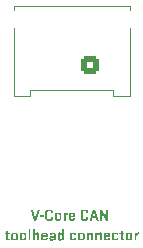
<source format=gbr>
%TF.GenerationSoftware,KiCad,Pcbnew,9.0.0*%
%TF.CreationDate,2025-03-01T23:02:35+01:00*%
%TF.ProjectId,vcore3-molex-shelf,76636f72-6533-42d6-9d6f-6c65782d7368,rev?*%
%TF.SameCoordinates,Original*%
%TF.FileFunction,Legend,Top*%
%TF.FilePolarity,Positive*%
%FSLAX46Y46*%
G04 Gerber Fmt 4.6, Leading zero omitted, Abs format (unit mm)*
G04 Created by KiCad (PCBNEW 9.0.0) date 2025-03-01 23:02:35*
%MOMM*%
%LPD*%
G01*
G04 APERTURE LIST*
G04 Aperture macros list*
%AMRoundRect*
0 Rectangle with rounded corners*
0 $1 Rounding radius*
0 $2 $3 $4 $5 $6 $7 $8 $9 X,Y pos of 4 corners*
0 Add a 4 corners polygon primitive as box body*
4,1,4,$2,$3,$4,$5,$6,$7,$8,$9,$2,$3,0*
0 Add four circle primitives for the rounded corners*
1,1,$1+$1,$2,$3*
1,1,$1+$1,$4,$5*
1,1,$1+$1,$6,$7*
1,1,$1+$1,$8,$9*
0 Add four rect primitives between the rounded corners*
20,1,$1+$1,$2,$3,$4,$5,0*
20,1,$1+$1,$4,$5,$6,$7,0*
20,1,$1+$1,$6,$7,$8,$9,0*
20,1,$1+$1,$8,$9,$2,$3,0*%
G04 Aperture macros list end*
%ADD10C,0.250000*%
%ADD11C,0.120000*%
%ADD12C,3.200000*%
%ADD13C,1.000000*%
%ADD14RoundRect,0.250001X0.499999X0.499999X-0.499999X0.499999X-0.499999X-0.499999X0.499999X-0.499999X0*%
%ADD15C,1.500000*%
%ADD16C,4.300000*%
%ADD17R,2.200000X2.200000*%
%ADD18C,2.200000*%
G04 APERTURE END LIST*
D10*
G36*
X173263930Y-120141015D02*
G01*
X173097356Y-120141015D01*
X172895734Y-120819827D01*
X172695516Y-120141015D01*
X172528942Y-120141015D01*
X172814523Y-121075000D01*
X172978349Y-121075000D01*
X173263930Y-120141015D01*
G37*
G36*
X173610511Y-120742158D02*
G01*
X173610511Y-120602145D01*
X173263319Y-120602145D01*
X173263319Y-120742158D01*
X173610511Y-120742158D01*
G37*
G36*
X174218065Y-120884551D02*
G01*
X174211018Y-120906208D01*
X174191795Y-120919376D01*
X174180268Y-120921004D01*
X173970280Y-120921004D01*
X173947368Y-120913865D01*
X173939010Y-120905492D01*
X173933845Y-120894638D01*
X173932484Y-120884551D01*
X173932484Y-120331524D01*
X173939531Y-120309868D01*
X173958753Y-120296699D01*
X173970280Y-120295071D01*
X174180268Y-120295071D01*
X174203181Y-120302210D01*
X174211539Y-120310583D01*
X174216704Y-120321437D01*
X174218065Y-120331524D01*
X174218065Y-120456454D01*
X174386043Y-120456454D01*
X174386043Y-120295071D01*
X174378610Y-120247417D01*
X174356883Y-120204551D01*
X174322438Y-120170117D01*
X174301449Y-120157364D01*
X174278405Y-120148044D01*
X174232048Y-120141015D01*
X173917097Y-120141015D01*
X173869601Y-120148447D01*
X173827176Y-120170114D01*
X173793186Y-120204483D01*
X173780576Y-120225510D01*
X173771375Y-120248601D01*
X173764445Y-120295071D01*
X173764445Y-120921004D01*
X173771886Y-120969099D01*
X173793589Y-121012131D01*
X173827879Y-121046431D01*
X173848725Y-121059041D01*
X173871644Y-121068219D01*
X173917097Y-121075000D01*
X174232048Y-121075000D01*
X174279696Y-121067567D01*
X174322542Y-121045843D01*
X174356957Y-121011401D01*
X174369704Y-120990410D01*
X174379019Y-120967365D01*
X174386043Y-120921004D01*
X174386043Y-120751195D01*
X174218065Y-120751195D01*
X174218065Y-120884551D01*
G37*
G36*
X175012880Y-120416248D02*
G01*
X175035839Y-120424796D01*
X175056765Y-120436808D01*
X175091195Y-120469873D01*
X175112929Y-120511427D01*
X175120359Y-120557693D01*
X175120359Y-120928026D01*
X175114762Y-120968338D01*
X175106189Y-120991037D01*
X175094128Y-121011769D01*
X175060868Y-121045944D01*
X175018924Y-121067580D01*
X174971981Y-121075000D01*
X174706001Y-121075000D01*
X174667075Y-121069769D01*
X174644386Y-121061401D01*
X174623695Y-121049539D01*
X174605237Y-121034444D01*
X174589486Y-121016538D01*
X174567800Y-120974738D01*
X174560371Y-120928026D01*
X174560371Y-120594146D01*
X174721388Y-120594146D01*
X174721388Y-120891573D01*
X174722760Y-120901676D01*
X174727938Y-120912521D01*
X174736310Y-120920896D01*
X174759185Y-120928026D01*
X174921606Y-120928026D01*
X174933123Y-120926389D01*
X174952363Y-120913171D01*
X174959403Y-120891573D01*
X174959403Y-120594146D01*
X174958033Y-120584066D01*
X174952843Y-120573207D01*
X174944455Y-120564824D01*
X174921606Y-120557693D01*
X174759185Y-120557693D01*
X174747681Y-120559320D01*
X174728435Y-120572516D01*
X174721388Y-120594146D01*
X174560371Y-120594146D01*
X174560371Y-120557693D01*
X174565741Y-120517789D01*
X174574144Y-120494915D01*
X174586016Y-120474027D01*
X174618717Y-120439728D01*
X174659900Y-120418078D01*
X174706001Y-120410659D01*
X174971981Y-120410659D01*
X175012880Y-120416248D01*
G37*
G36*
X175655007Y-120398935D02*
G01*
X175538046Y-120449636D01*
X175497448Y-120469122D01*
X175463215Y-120485580D01*
X175463215Y-120410659D01*
X175302198Y-120410659D01*
X175302198Y-121075000D01*
X175463215Y-121075000D01*
X175463215Y-120686775D01*
X175465226Y-120670531D01*
X175471487Y-120656118D01*
X175494648Y-120634345D01*
X175501011Y-120630722D01*
X175643656Y-120563726D01*
X175664837Y-120555068D01*
X175655007Y-120398935D01*
G37*
G36*
X176181884Y-120415881D02*
G01*
X176204581Y-120424248D01*
X176225280Y-120436112D01*
X176243749Y-120451212D01*
X176259509Y-120469122D01*
X176281205Y-120510913D01*
X176288634Y-120557571D01*
X176288634Y-120785999D01*
X175916224Y-120785999D01*
X175916224Y-120896702D01*
X175917665Y-120907194D01*
X175922885Y-120918098D01*
X175931258Y-120926505D01*
X175954021Y-120933644D01*
X176094033Y-120933644D01*
X176105449Y-120932027D01*
X176124783Y-120918755D01*
X176131830Y-120897252D01*
X176131830Y-120866416D01*
X176287229Y-120866416D01*
X176287229Y-120930774D01*
X176282263Y-120969361D01*
X176274218Y-120991905D01*
X176262739Y-121012413D01*
X176230649Y-121046097D01*
X176189220Y-121067560D01*
X176141599Y-121075000D01*
X175900837Y-121075000D01*
X175861889Y-121069762D01*
X175839206Y-121061392D01*
X175818519Y-121049528D01*
X175800066Y-121034430D01*
X175784319Y-121016521D01*
X175762636Y-120974707D01*
X175755207Y-120927965D01*
X175755207Y-120586636D01*
X175916224Y-120586636D01*
X175916224Y-120652948D01*
X176133234Y-120652948D01*
X176133234Y-120586636D01*
X176131941Y-120576937D01*
X176126819Y-120566142D01*
X176118464Y-120557803D01*
X176095437Y-120550671D01*
X175954021Y-120550671D01*
X175942560Y-120552260D01*
X175923271Y-120565279D01*
X175916224Y-120586636D01*
X175755207Y-120586636D01*
X175755207Y-120557571D01*
X175760566Y-120517761D01*
X175768965Y-120494900D01*
X175780838Y-120474020D01*
X175813546Y-120439725D01*
X175854736Y-120418077D01*
X175900837Y-120410659D01*
X176143004Y-120410659D01*
X176181884Y-120415881D01*
G37*
G36*
X177217367Y-120884551D02*
G01*
X177210320Y-120906208D01*
X177191097Y-120919376D01*
X177179570Y-120921004D01*
X176969583Y-120921004D01*
X176946670Y-120913865D01*
X176938312Y-120905492D01*
X176933147Y-120894638D01*
X176931786Y-120884551D01*
X176931786Y-120331524D01*
X176938833Y-120309868D01*
X176958056Y-120296699D01*
X176969583Y-120295071D01*
X177179570Y-120295071D01*
X177202483Y-120302210D01*
X177210841Y-120310583D01*
X177216006Y-120321437D01*
X177217367Y-120331524D01*
X177217367Y-120456454D01*
X177385345Y-120456454D01*
X177385345Y-120295071D01*
X177377912Y-120247417D01*
X177356186Y-120204551D01*
X177321740Y-120170117D01*
X177300751Y-120157364D01*
X177277707Y-120148044D01*
X177231350Y-120141015D01*
X176916399Y-120141015D01*
X176868903Y-120148447D01*
X176826478Y-120170114D01*
X176792488Y-120204483D01*
X176779878Y-120225510D01*
X176770677Y-120248601D01*
X176763747Y-120295071D01*
X176763747Y-120921004D01*
X176771189Y-120969099D01*
X176792891Y-121012131D01*
X176827181Y-121046431D01*
X176848027Y-121059041D01*
X176870946Y-121068219D01*
X176916399Y-121075000D01*
X177231350Y-121075000D01*
X177278998Y-121067567D01*
X177321845Y-121045843D01*
X177356259Y-121011401D01*
X177369006Y-120990410D01*
X177378321Y-120967365D01*
X177385345Y-120921004D01*
X177385345Y-120751195D01*
X177217367Y-120751195D01*
X177217367Y-120884551D01*
G37*
G36*
X178286296Y-121075000D02*
G01*
X178116852Y-121075000D01*
X178049686Y-120871789D01*
X177734673Y-120871789D01*
X177670254Y-121075000D01*
X177500872Y-121075000D01*
X177619928Y-120722008D01*
X177785109Y-120722008D01*
X178000654Y-120722008D01*
X177892882Y-120365596D01*
X177785109Y-120722008D01*
X177619928Y-120722008D01*
X177815884Y-120141015D01*
X177971284Y-120141015D01*
X178286296Y-121075000D01*
G37*
G36*
X179093579Y-120141015D02*
G01*
X178931158Y-120141015D01*
X178931158Y-120748264D01*
X178578410Y-120141015D01*
X178415989Y-120141015D01*
X178415989Y-121075000D01*
X178578410Y-121075000D01*
X178578410Y-120470621D01*
X178931158Y-121075000D01*
X179093579Y-121075000D01*
X179093579Y-120141015D01*
G37*
G36*
X170744139Y-122615048D02*
G01*
X170632153Y-122615048D01*
X170609278Y-122607913D01*
X170600912Y-122599535D01*
X170595733Y-122588679D01*
X170594357Y-122578534D01*
X170594357Y-122230671D01*
X170744139Y-122230671D01*
X170744139Y-122090659D01*
X170594357Y-122090659D01*
X170594357Y-121922620D01*
X170433340Y-121922620D01*
X170433340Y-122090659D01*
X170332528Y-122090659D01*
X170332528Y-122230671D01*
X170433340Y-122230671D01*
X170433340Y-122608026D01*
X170440768Y-122654738D01*
X170462454Y-122696538D01*
X170478206Y-122714444D01*
X170496663Y-122729539D01*
X170517355Y-122741401D01*
X170540043Y-122749769D01*
X170578969Y-122755000D01*
X170744139Y-122755000D01*
X170744139Y-122615048D01*
G37*
G36*
X171318952Y-122096248D02*
G01*
X171341911Y-122104796D01*
X171362837Y-122116808D01*
X171397267Y-122149873D01*
X171419001Y-122191427D01*
X171426431Y-122237693D01*
X171426431Y-122608026D01*
X171420834Y-122648338D01*
X171412262Y-122671037D01*
X171400200Y-122691769D01*
X171366940Y-122725944D01*
X171324996Y-122747580D01*
X171278053Y-122755000D01*
X171012073Y-122755000D01*
X170973147Y-122749769D01*
X170950459Y-122741401D01*
X170929767Y-122729539D01*
X170911309Y-122714444D01*
X170895558Y-122696538D01*
X170873872Y-122654738D01*
X170866443Y-122608026D01*
X170866443Y-122274146D01*
X171027460Y-122274146D01*
X171027460Y-122571573D01*
X171028832Y-122581676D01*
X171034010Y-122592521D01*
X171042382Y-122600896D01*
X171065257Y-122608026D01*
X171227678Y-122608026D01*
X171239195Y-122606389D01*
X171258435Y-122593171D01*
X171265475Y-122571573D01*
X171265475Y-122274146D01*
X171264105Y-122264066D01*
X171258915Y-122253207D01*
X171250527Y-122244824D01*
X171227678Y-122237693D01*
X171065257Y-122237693D01*
X171053753Y-122239320D01*
X171034507Y-122252516D01*
X171027460Y-122274146D01*
X170866443Y-122274146D01*
X170866443Y-122237693D01*
X170871813Y-122197789D01*
X170880216Y-122174915D01*
X170892089Y-122154027D01*
X170924790Y-122119728D01*
X170965972Y-122098078D01*
X171012073Y-122090659D01*
X171278053Y-122090659D01*
X171318952Y-122096248D01*
G37*
G36*
X172046795Y-122096248D02*
G01*
X172069755Y-122104796D01*
X172090680Y-122116808D01*
X172125111Y-122149873D01*
X172146845Y-122191427D01*
X172154275Y-122237693D01*
X172154275Y-122608026D01*
X172148677Y-122648338D01*
X172140105Y-122671037D01*
X172128043Y-122691769D01*
X172094783Y-122725944D01*
X172052839Y-122747580D01*
X172005897Y-122755000D01*
X171739917Y-122755000D01*
X171700991Y-122749769D01*
X171678302Y-122741401D01*
X171657610Y-122729539D01*
X171639153Y-122714444D01*
X171623402Y-122696538D01*
X171601715Y-122654738D01*
X171594287Y-122608026D01*
X171594287Y-122274146D01*
X171755304Y-122274146D01*
X171755304Y-122571573D01*
X171756676Y-122581676D01*
X171761854Y-122592521D01*
X171770226Y-122600896D01*
X171793101Y-122608026D01*
X171955522Y-122608026D01*
X171967039Y-122606389D01*
X171986279Y-122593171D01*
X171993319Y-122571573D01*
X171993319Y-122274146D01*
X171991949Y-122264066D01*
X171986759Y-122253207D01*
X171978371Y-122244824D01*
X171955522Y-122237693D01*
X171793101Y-122237693D01*
X171781597Y-122239320D01*
X171762351Y-122252516D01*
X171755304Y-122274146D01*
X171594287Y-122274146D01*
X171594287Y-122237693D01*
X171599657Y-122197789D01*
X171608059Y-122174915D01*
X171619932Y-122154027D01*
X171652633Y-122119728D01*
X171693816Y-122098078D01*
X171739917Y-122090659D01*
X172005897Y-122090659D01*
X172046795Y-122096248D01*
G37*
G36*
X172336113Y-122755000D02*
G01*
X172497131Y-122755000D01*
X172497131Y-121821015D01*
X172336113Y-121821015D01*
X172336113Y-122755000D01*
G37*
G36*
X172853725Y-122334902D02*
G01*
X172855736Y-122318145D01*
X172861998Y-122302813D01*
X172871179Y-122291352D01*
X172884069Y-122282298D01*
X172891522Y-122279031D01*
X172964688Y-122253370D01*
X173006514Y-122241920D01*
X173039960Y-122237144D01*
X173053350Y-122239012D01*
X173064048Y-122244274D01*
X173076354Y-122262526D01*
X173077757Y-122273475D01*
X173077757Y-122755000D01*
X173238713Y-122755000D01*
X173238713Y-122225969D01*
X173236774Y-122199642D01*
X173231018Y-122174855D01*
X173221861Y-122152646D01*
X173209272Y-122132653D01*
X173194023Y-122115881D01*
X173175757Y-122101833D01*
X173155245Y-122091134D01*
X173132036Y-122083611D01*
X173090335Y-122078935D01*
X173030314Y-122085840D01*
X172940071Y-122110234D01*
X172853725Y-122143354D01*
X172853725Y-121821015D01*
X172692708Y-121821015D01*
X172692708Y-122755000D01*
X172853725Y-122755000D01*
X172853725Y-122334902D01*
G37*
G36*
X173840084Y-122095881D02*
G01*
X173862781Y-122104248D01*
X173883481Y-122116112D01*
X173901949Y-122131212D01*
X173917710Y-122149122D01*
X173939406Y-122190913D01*
X173946834Y-122237571D01*
X173946834Y-122465999D01*
X173574425Y-122465999D01*
X173574425Y-122576702D01*
X173575865Y-122587194D01*
X173581085Y-122598098D01*
X173589458Y-122606505D01*
X173612221Y-122613644D01*
X173752233Y-122613644D01*
X173763650Y-122612027D01*
X173782983Y-122598755D01*
X173790030Y-122577252D01*
X173790030Y-122546416D01*
X173945430Y-122546416D01*
X173945430Y-122610774D01*
X173940464Y-122649361D01*
X173932418Y-122671905D01*
X173920940Y-122692413D01*
X173888850Y-122726097D01*
X173847420Y-122747560D01*
X173799800Y-122755000D01*
X173559037Y-122755000D01*
X173520090Y-122749762D01*
X173497406Y-122741392D01*
X173476719Y-122729528D01*
X173458267Y-122714430D01*
X173442519Y-122696521D01*
X173420836Y-122654707D01*
X173413408Y-122607965D01*
X173413408Y-122266636D01*
X173574425Y-122266636D01*
X173574425Y-122332948D01*
X173791434Y-122332948D01*
X173791434Y-122266636D01*
X173790142Y-122256937D01*
X173785020Y-122246142D01*
X173776665Y-122237803D01*
X173753638Y-122230671D01*
X173612221Y-122230671D01*
X173600761Y-122232260D01*
X173581472Y-122245279D01*
X173574425Y-122266636D01*
X173413408Y-122266636D01*
X173413408Y-122237571D01*
X173418766Y-122197761D01*
X173427166Y-122174900D01*
X173439039Y-122154020D01*
X173471747Y-122119725D01*
X173512937Y-122098077D01*
X173559037Y-122090659D01*
X173801204Y-122090659D01*
X173840084Y-122095881D01*
G37*
G36*
X174537950Y-122095884D02*
G01*
X174560631Y-122104250D01*
X174581314Y-122116112D01*
X174599770Y-122131213D01*
X174615519Y-122149127D01*
X174637207Y-122190954D01*
X174644636Y-122237693D01*
X174644636Y-122755000D01*
X174483680Y-122755000D01*
X174483680Y-122724469D01*
X174434420Y-122740097D01*
X174331789Y-122763646D01*
X174255496Y-122770631D01*
X174213728Y-122765949D01*
X174190515Y-122758427D01*
X174170001Y-122747730D01*
X174151739Y-122733690D01*
X174136494Y-122716926D01*
X174123908Y-122696940D01*
X174114753Y-122674736D01*
X174108996Y-122649940D01*
X174107057Y-122623597D01*
X174107057Y-122533471D01*
X174263861Y-122533471D01*
X174263861Y-122595448D01*
X174265306Y-122606666D01*
X174277617Y-122624950D01*
X174288292Y-122630215D01*
X174301658Y-122632084D01*
X174345843Y-122627127D01*
X174445883Y-122602470D01*
X174475875Y-122587261D01*
X174481727Y-122578984D01*
X174483680Y-122568703D01*
X174483680Y-122540493D01*
X174479625Y-122525992D01*
X174467321Y-122516233D01*
X174445883Y-122509535D01*
X174401469Y-122503303D01*
X174301658Y-122496835D01*
X174290943Y-122497998D01*
X174279730Y-122502542D01*
X174271343Y-122510049D01*
X174265773Y-122520677D01*
X174263861Y-122533471D01*
X174107057Y-122533471D01*
X174107057Y-122510940D01*
X174113093Y-122465106D01*
X174132290Y-122422969D01*
X174162822Y-122391038D01*
X174182011Y-122379257D01*
X174203856Y-122370471D01*
X174228402Y-122364955D01*
X174255496Y-122363051D01*
X174277591Y-122363442D01*
X174403147Y-122375580D01*
X174483680Y-122392665D01*
X174483680Y-122268712D01*
X174482284Y-122258465D01*
X174477091Y-122247597D01*
X174468721Y-122239210D01*
X174445883Y-122232076D01*
X174321258Y-122232076D01*
X174309795Y-122233695D01*
X174290509Y-122246912D01*
X174283462Y-122268468D01*
X174283462Y-122290877D01*
X174128062Y-122290877D01*
X174128062Y-122234884D01*
X174133032Y-122196303D01*
X174141082Y-122173760D01*
X174152568Y-122153250D01*
X174184668Y-122119561D01*
X174226093Y-122098098D01*
X174273692Y-122090659D01*
X174499067Y-122090659D01*
X174537950Y-122095884D01*
G37*
G36*
X175365274Y-122755000D02*
G01*
X175204257Y-122755000D01*
X175204257Y-122711891D01*
X175123225Y-122739670D01*
X175030162Y-122763754D01*
X174967708Y-122770631D01*
X174925962Y-122765954D01*
X174902743Y-122758434D01*
X174882225Y-122747740D01*
X174863958Y-122733703D01*
X174848709Y-122716942D01*
X174836121Y-122696961D01*
X174826965Y-122674765D01*
X174821208Y-122649983D01*
X174819269Y-122623658D01*
X174819269Y-122267857D01*
X174980287Y-122267857D01*
X174980287Y-122580549D01*
X174981675Y-122591458D01*
X174993933Y-122609684D01*
X175004645Y-122614950D01*
X175018083Y-122616819D01*
X175051502Y-122612043D01*
X175093325Y-122600592D01*
X175166461Y-122574931D01*
X175172887Y-122572333D01*
X175195960Y-122555308D01*
X175202243Y-122543080D01*
X175204257Y-122528892D01*
X175204257Y-122319515D01*
X175204087Y-122315140D01*
X175195190Y-122292083D01*
X175183478Y-122281715D01*
X175166461Y-122273414D01*
X175140384Y-122263661D01*
X175059179Y-122238181D01*
X175018083Y-122231587D01*
X175007406Y-122232728D01*
X174996171Y-122237220D01*
X174987768Y-122244657D01*
X174982199Y-122255179D01*
X174980287Y-122267857D01*
X174819269Y-122267857D01*
X174819269Y-122225969D01*
X174825199Y-122180788D01*
X174844321Y-122138782D01*
X174874842Y-122106907D01*
X174894055Y-122095136D01*
X174915939Y-122086354D01*
X174940542Y-122080840D01*
X174967708Y-122078935D01*
X174982069Y-122079401D01*
X175037051Y-122087182D01*
X175096174Y-122101846D01*
X175204257Y-122137737D01*
X175204257Y-121821015D01*
X175365274Y-121821015D01*
X175365274Y-122755000D01*
G37*
G36*
X176223238Y-122571573D02*
G01*
X176216191Y-122593203D01*
X176196945Y-122606400D01*
X176185442Y-122608026D01*
X176046834Y-122608026D01*
X176023959Y-122600896D01*
X176015587Y-122592521D01*
X176010409Y-122581676D01*
X176009037Y-122571573D01*
X176009037Y-122274146D01*
X176016084Y-122252516D01*
X176035330Y-122239320D01*
X176046834Y-122237693D01*
X176185442Y-122237693D01*
X176208317Y-122244824D01*
X176216688Y-122253198D01*
X176221867Y-122264044D01*
X176223238Y-122274146D01*
X176223238Y-122325865D01*
X176378638Y-122325865D01*
X176378638Y-122237693D01*
X176371187Y-122190488D01*
X176349501Y-122148567D01*
X176333820Y-122130766D01*
X176315401Y-122115775D01*
X176294777Y-122104058D01*
X176272078Y-122095801D01*
X176233008Y-122090659D01*
X175993650Y-122090659D01*
X175947549Y-122098078D01*
X175906367Y-122119728D01*
X175873666Y-122154027D01*
X175861793Y-122174915D01*
X175853390Y-122197789D01*
X175848020Y-122237693D01*
X175848020Y-122608026D01*
X175855449Y-122654738D01*
X175877135Y-122696538D01*
X175892886Y-122714444D01*
X175911344Y-122729539D01*
X175932036Y-122741401D01*
X175954724Y-122749769D01*
X175993650Y-122755000D01*
X176233008Y-122755000D01*
X176279667Y-122747580D01*
X176320742Y-122726068D01*
X176353114Y-122692055D01*
X176364889Y-122671249D01*
X176373225Y-122648452D01*
X176378638Y-122608026D01*
X176378638Y-122511428D01*
X176223238Y-122511428D01*
X176223238Y-122571573D01*
G37*
G36*
X176977570Y-122096248D02*
G01*
X177000529Y-122104796D01*
X177021455Y-122116808D01*
X177055885Y-122149873D01*
X177077619Y-122191427D01*
X177085049Y-122237693D01*
X177085049Y-122608026D01*
X177079452Y-122648338D01*
X177070880Y-122671037D01*
X177058818Y-122691769D01*
X177025558Y-122725944D01*
X176983614Y-122747580D01*
X176936672Y-122755000D01*
X176670691Y-122755000D01*
X176631765Y-122749769D01*
X176609077Y-122741401D01*
X176588385Y-122729539D01*
X176569928Y-122714444D01*
X176554176Y-122696538D01*
X176532490Y-122654738D01*
X176525061Y-122608026D01*
X176525061Y-122274146D01*
X176686079Y-122274146D01*
X176686079Y-122571573D01*
X176687450Y-122581676D01*
X176692629Y-122592521D01*
X176701000Y-122600896D01*
X176723875Y-122608026D01*
X176886297Y-122608026D01*
X176897813Y-122606389D01*
X176917053Y-122593171D01*
X176924093Y-122571573D01*
X176924093Y-122274146D01*
X176922724Y-122264066D01*
X176917533Y-122253207D01*
X176909146Y-122244824D01*
X176886297Y-122237693D01*
X176723875Y-122237693D01*
X176712372Y-122239320D01*
X176693126Y-122252516D01*
X176686079Y-122274146D01*
X176525061Y-122274146D01*
X176525061Y-122237693D01*
X176530432Y-122197789D01*
X176538834Y-122174915D01*
X176550707Y-122154027D01*
X176583408Y-122119728D01*
X176624590Y-122098078D01*
X176670691Y-122090659D01*
X176936672Y-122090659D01*
X176977570Y-122096248D01*
G37*
G36*
X177427905Y-122334902D02*
G01*
X177429916Y-122318145D01*
X177436178Y-122302813D01*
X177445359Y-122291352D01*
X177458249Y-122282298D01*
X177465702Y-122279031D01*
X177480667Y-122273750D01*
X177550131Y-122250419D01*
X177585741Y-122240978D01*
X177614140Y-122237144D01*
X177627530Y-122239012D01*
X177638228Y-122244274D01*
X177650534Y-122262526D01*
X177651937Y-122273475D01*
X177651937Y-122755000D01*
X177812893Y-122755000D01*
X177812893Y-122225969D01*
X177810954Y-122199642D01*
X177805198Y-122174855D01*
X177796041Y-122152646D01*
X177783452Y-122132653D01*
X177768203Y-122115881D01*
X177749937Y-122101833D01*
X177729425Y-122091134D01*
X177706216Y-122083611D01*
X177664515Y-122078935D01*
X177604166Y-122085840D01*
X177511307Y-122110483D01*
X177420883Y-122143354D01*
X177420883Y-122090659D01*
X177266888Y-122090659D01*
X177266888Y-122755000D01*
X177427905Y-122755000D01*
X177427905Y-122334902D01*
G37*
G36*
X178162588Y-122334902D02*
G01*
X178164599Y-122318145D01*
X178170860Y-122302813D01*
X178180041Y-122291352D01*
X178192931Y-122282298D01*
X178200384Y-122279031D01*
X178215349Y-122273750D01*
X178284814Y-122250419D01*
X178320424Y-122240978D01*
X178348823Y-122237144D01*
X178362213Y-122239012D01*
X178372910Y-122244274D01*
X178385216Y-122262526D01*
X178386619Y-122273475D01*
X178386619Y-122755000D01*
X178547575Y-122755000D01*
X178547575Y-122225969D01*
X178545637Y-122199642D01*
X178539881Y-122174855D01*
X178530723Y-122152646D01*
X178518135Y-122132653D01*
X178502885Y-122115881D01*
X178484620Y-122101833D01*
X178464108Y-122091134D01*
X178440898Y-122083611D01*
X178399198Y-122078935D01*
X178338849Y-122085840D01*
X178245990Y-122110483D01*
X178155566Y-122143354D01*
X178155566Y-122090659D01*
X178001571Y-122090659D01*
X178001571Y-122755000D01*
X178162588Y-122755000D01*
X178162588Y-122334902D01*
G37*
G36*
X179148947Y-122095881D02*
G01*
X179171643Y-122104248D01*
X179192343Y-122116112D01*
X179210812Y-122131212D01*
X179226572Y-122149122D01*
X179248268Y-122190913D01*
X179255697Y-122237571D01*
X179255697Y-122465999D01*
X178883287Y-122465999D01*
X178883287Y-122576702D01*
X178884728Y-122587194D01*
X178889948Y-122598098D01*
X178898321Y-122606505D01*
X178921084Y-122613644D01*
X179061096Y-122613644D01*
X179072512Y-122612027D01*
X179091846Y-122598755D01*
X179098893Y-122577252D01*
X179098893Y-122546416D01*
X179254292Y-122546416D01*
X179254292Y-122610774D01*
X179249326Y-122649361D01*
X179241281Y-122671905D01*
X179229802Y-122692413D01*
X179197712Y-122726097D01*
X179156283Y-122747560D01*
X179108662Y-122755000D01*
X178867900Y-122755000D01*
X178828952Y-122749762D01*
X178806269Y-122741392D01*
X178785582Y-122729528D01*
X178767129Y-122714430D01*
X178751382Y-122696521D01*
X178729699Y-122654707D01*
X178722270Y-122607965D01*
X178722270Y-122266636D01*
X178883287Y-122266636D01*
X178883287Y-122332948D01*
X179100297Y-122332948D01*
X179100297Y-122266636D01*
X179099004Y-122256937D01*
X179093882Y-122246142D01*
X179085527Y-122237803D01*
X179062500Y-122230671D01*
X178921084Y-122230671D01*
X178909623Y-122232260D01*
X178890334Y-122245279D01*
X178883287Y-122266636D01*
X178722270Y-122266636D01*
X178722270Y-122237571D01*
X178727629Y-122197761D01*
X178736028Y-122174900D01*
X178747901Y-122154020D01*
X178780609Y-122119725D01*
X178821799Y-122098077D01*
X178867900Y-122090659D01*
X179110067Y-122090659D01*
X179148947Y-122095881D01*
G37*
G36*
X179791138Y-122571573D02*
G01*
X179784091Y-122593203D01*
X179764845Y-122606400D01*
X179753341Y-122608026D01*
X179614733Y-122608026D01*
X179591858Y-122600896D01*
X179583487Y-122592521D01*
X179578308Y-122581676D01*
X179576937Y-122571573D01*
X179576937Y-122274146D01*
X179583984Y-122252516D01*
X179603230Y-122239320D01*
X179614733Y-122237693D01*
X179753341Y-122237693D01*
X179776216Y-122244824D01*
X179784588Y-122253198D01*
X179789766Y-122264044D01*
X179791138Y-122274146D01*
X179791138Y-122325865D01*
X179946537Y-122325865D01*
X179946537Y-122237693D01*
X179939087Y-122190488D01*
X179917400Y-122148567D01*
X179901720Y-122130766D01*
X179883301Y-122115775D01*
X179862677Y-122104058D01*
X179839978Y-122095801D01*
X179800908Y-122090659D01*
X179561550Y-122090659D01*
X179515449Y-122098078D01*
X179474266Y-122119728D01*
X179441565Y-122154027D01*
X179429692Y-122174915D01*
X179421290Y-122197789D01*
X179415920Y-122237693D01*
X179415920Y-122608026D01*
X179423348Y-122654738D01*
X179445035Y-122696538D01*
X179460786Y-122714444D01*
X179479243Y-122729539D01*
X179499935Y-122741401D01*
X179522624Y-122749769D01*
X179561550Y-122755000D01*
X179800908Y-122755000D01*
X179847566Y-122747580D01*
X179888642Y-122726068D01*
X179921013Y-122692055D01*
X179932788Y-122671249D01*
X179941125Y-122648452D01*
X179946537Y-122608026D01*
X179946537Y-122511428D01*
X179791138Y-122511428D01*
X179791138Y-122571573D01*
G37*
G36*
X180441557Y-122615048D02*
G01*
X180329571Y-122615048D01*
X180306696Y-122607913D01*
X180298330Y-122599535D01*
X180293151Y-122588679D01*
X180291775Y-122578534D01*
X180291775Y-122230671D01*
X180441557Y-122230671D01*
X180441557Y-122090659D01*
X180291775Y-122090659D01*
X180291775Y-121922620D01*
X180130758Y-121922620D01*
X180130758Y-122090659D01*
X180029946Y-122090659D01*
X180029946Y-122230671D01*
X180130758Y-122230671D01*
X180130758Y-122608026D01*
X180138186Y-122654738D01*
X180159872Y-122696538D01*
X180175624Y-122714444D01*
X180194081Y-122729539D01*
X180214773Y-122741401D01*
X180237461Y-122749769D01*
X180276387Y-122755000D01*
X180441557Y-122755000D01*
X180441557Y-122615048D01*
G37*
G36*
X181016370Y-122096248D02*
G01*
X181039329Y-122104796D01*
X181060255Y-122116808D01*
X181094685Y-122149873D01*
X181116419Y-122191427D01*
X181123849Y-122237693D01*
X181123849Y-122608026D01*
X181118252Y-122648338D01*
X181109680Y-122671037D01*
X181097618Y-122691769D01*
X181064358Y-122725944D01*
X181022414Y-122747580D01*
X180975471Y-122755000D01*
X180709491Y-122755000D01*
X180670565Y-122749769D01*
X180647877Y-122741401D01*
X180627185Y-122729539D01*
X180608727Y-122714444D01*
X180592976Y-122696538D01*
X180571290Y-122654738D01*
X180563861Y-122608026D01*
X180563861Y-122274146D01*
X180724878Y-122274146D01*
X180724878Y-122571573D01*
X180726250Y-122581676D01*
X180731428Y-122592521D01*
X180739800Y-122600896D01*
X180762675Y-122608026D01*
X180925096Y-122608026D01*
X180936613Y-122606389D01*
X180955853Y-122593171D01*
X180962893Y-122571573D01*
X180962893Y-122274146D01*
X180961523Y-122264066D01*
X180956333Y-122253207D01*
X180947945Y-122244824D01*
X180925096Y-122237693D01*
X180762675Y-122237693D01*
X180751171Y-122239320D01*
X180731925Y-122252516D01*
X180724878Y-122274146D01*
X180563861Y-122274146D01*
X180563861Y-122237693D01*
X180569231Y-122197789D01*
X180577634Y-122174915D01*
X180589507Y-122154027D01*
X180622208Y-122119728D01*
X180663390Y-122098078D01*
X180709491Y-122090659D01*
X180975471Y-122090659D01*
X181016370Y-122096248D01*
G37*
G36*
X181658497Y-122078935D02*
G01*
X181541537Y-122129636D01*
X181500938Y-122149122D01*
X181466705Y-122165580D01*
X181466705Y-122090659D01*
X181305688Y-122090659D01*
X181305688Y-122755000D01*
X181466705Y-122755000D01*
X181466705Y-122366775D01*
X181468716Y-122350531D01*
X181474977Y-122336118D01*
X181498138Y-122314345D01*
X181504501Y-122310722D01*
X181647146Y-122243726D01*
X181668327Y-122235068D01*
X181658497Y-122078935D01*
G37*
D11*
%TO.C,J0*%
X171065000Y-102905000D02*
X171065000Y-103215000D01*
X171065000Y-110495000D02*
X171065000Y-104735000D01*
X172485000Y-109995000D02*
X172485000Y-110495000D01*
X172485000Y-110495000D02*
X171065000Y-110495000D01*
X179515000Y-109995000D02*
X172485000Y-109995000D01*
X179515000Y-110495000D02*
X179515000Y-109995000D01*
X180935000Y-102905000D02*
X171065000Y-102905000D01*
X180935000Y-103215000D02*
X180935000Y-102905000D01*
X180935000Y-104735000D02*
X180935000Y-110495000D01*
X180935000Y-110495000D02*
X179515000Y-110495000D01*
%TD*%
%LPC*%
D12*
%TO.C,REF\u002A\u002A*%
X165000000Y-105000000D03*
%TD*%
D13*
%TO.C,J0*%
X180500000Y-103975000D03*
X171500000Y-103975000D03*
D14*
X177500000Y-107915000D03*
D15*
X174500000Y-107915000D03*
X177500000Y-104915000D03*
X174500000Y-104915000D03*
%TD*%
D12*
%TO.C,REF\u002A\u002A*%
X187000000Y-122000000D03*
%TD*%
%TO.C,REF\u002A\u002A*%
X187000000Y-105000000D03*
%TD*%
D16*
%TO.C,REF\u002A\u002A*%
X176000000Y-114500000D03*
%TD*%
D12*
%TO.C,REF\u002A\u002A*%
X165000000Y-122000000D03*
%TD*%
D17*
%TO.C,J2*%
X186250000Y-110920000D03*
D18*
X186250000Y-116000000D03*
%TD*%
D17*
%TO.C,J1*%
X165716999Y-116000000D03*
D18*
X165716999Y-110920000D03*
%TD*%
%LPD*%
M02*

</source>
